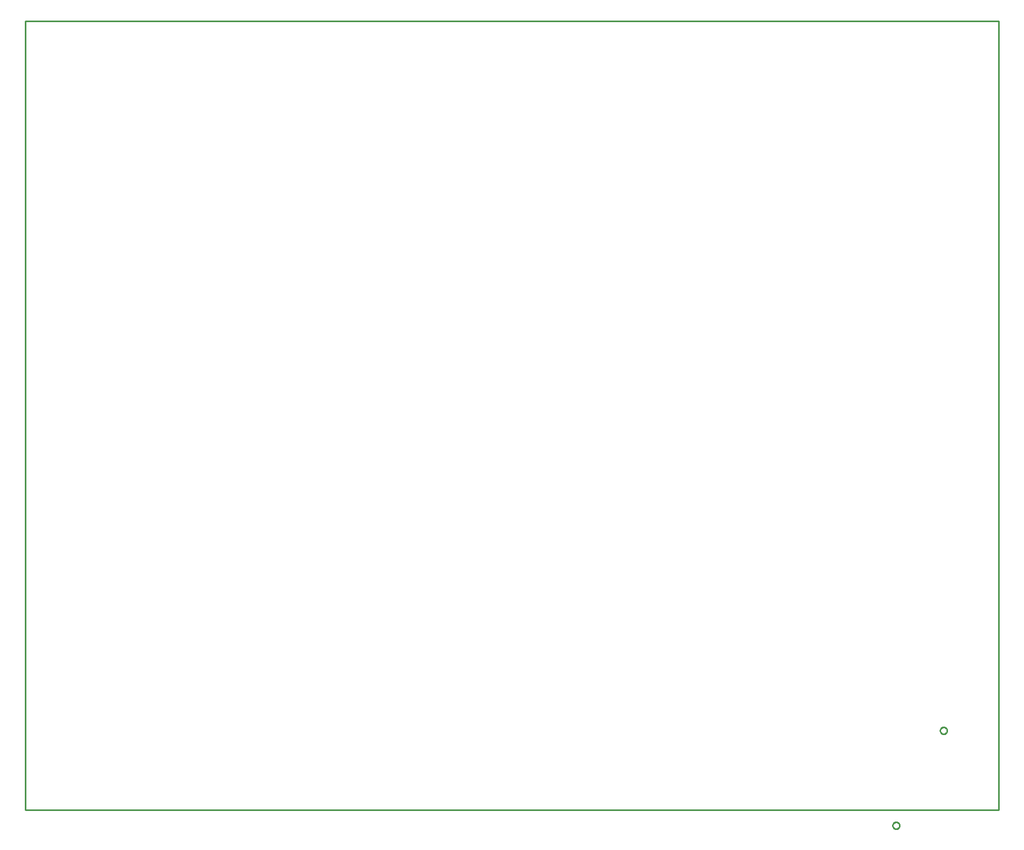
<source format=gbr>
G04 EAGLE Gerber RS-274X export*
G75*
%MOMM*%
%FSLAX34Y34*%
%LPD*%
%IN*%
%IPPOS*%
%AMOC8*
5,1,8,0,0,1.08239X$1,22.5*%
G01*
%ADD10C,0.254000*%


D10*
X-25400Y0D02*
X1536500Y0D01*
X1536500Y1266700D01*
X-25400Y1266700D01*
X-25400Y0D01*
X1371909Y-19900D02*
X1372523Y-19969D01*
X1373125Y-20107D01*
X1373708Y-20311D01*
X1374265Y-20579D01*
X1374788Y-20907D01*
X1375271Y-21293D01*
X1375708Y-21729D01*
X1376093Y-22212D01*
X1376421Y-22735D01*
X1376689Y-23292D01*
X1376893Y-23875D01*
X1377031Y-24477D01*
X1377100Y-25091D01*
X1377100Y-25709D01*
X1377031Y-26323D01*
X1376893Y-26925D01*
X1376689Y-27508D01*
X1376421Y-28065D01*
X1376093Y-28588D01*
X1375708Y-29071D01*
X1375271Y-29508D01*
X1374788Y-29893D01*
X1374265Y-30221D01*
X1373708Y-30489D01*
X1373125Y-30693D01*
X1372523Y-30831D01*
X1371909Y-30900D01*
X1371291Y-30900D01*
X1370677Y-30831D01*
X1370075Y-30693D01*
X1369492Y-30489D01*
X1368935Y-30221D01*
X1368412Y-29893D01*
X1367929Y-29508D01*
X1367493Y-29071D01*
X1367107Y-28588D01*
X1366779Y-28065D01*
X1366511Y-27508D01*
X1366307Y-26925D01*
X1366169Y-26323D01*
X1366100Y-25709D01*
X1366100Y-25091D01*
X1366169Y-24477D01*
X1366307Y-23875D01*
X1366511Y-23292D01*
X1366779Y-22735D01*
X1367107Y-22212D01*
X1367493Y-21729D01*
X1367929Y-21293D01*
X1368412Y-20907D01*
X1368935Y-20579D01*
X1369492Y-20311D01*
X1370075Y-20107D01*
X1370677Y-19969D01*
X1371291Y-19900D01*
X1371909Y-19900D01*
X1448109Y132500D02*
X1448723Y132431D01*
X1449325Y132293D01*
X1449908Y132089D01*
X1450465Y131821D01*
X1450988Y131493D01*
X1451471Y131108D01*
X1451908Y130671D01*
X1452293Y130188D01*
X1452621Y129665D01*
X1452889Y129108D01*
X1453093Y128525D01*
X1453231Y127923D01*
X1453300Y127309D01*
X1453300Y126691D01*
X1453231Y126077D01*
X1453093Y125475D01*
X1452889Y124892D01*
X1452621Y124335D01*
X1452293Y123812D01*
X1451908Y123329D01*
X1451471Y122893D01*
X1450988Y122507D01*
X1450465Y122179D01*
X1449908Y121911D01*
X1449325Y121707D01*
X1448723Y121569D01*
X1448109Y121500D01*
X1447491Y121500D01*
X1446877Y121569D01*
X1446275Y121707D01*
X1445692Y121911D01*
X1445135Y122179D01*
X1444612Y122507D01*
X1444129Y122893D01*
X1443693Y123329D01*
X1443307Y123812D01*
X1442979Y124335D01*
X1442711Y124892D01*
X1442507Y125475D01*
X1442369Y126077D01*
X1442300Y126691D01*
X1442300Y127309D01*
X1442369Y127923D01*
X1442507Y128525D01*
X1442711Y129108D01*
X1442979Y129665D01*
X1443307Y130188D01*
X1443693Y130671D01*
X1444129Y131108D01*
X1444612Y131493D01*
X1445135Y131821D01*
X1445692Y132089D01*
X1446275Y132293D01*
X1446877Y132431D01*
X1447491Y132500D01*
X1448109Y132500D01*
M02*

</source>
